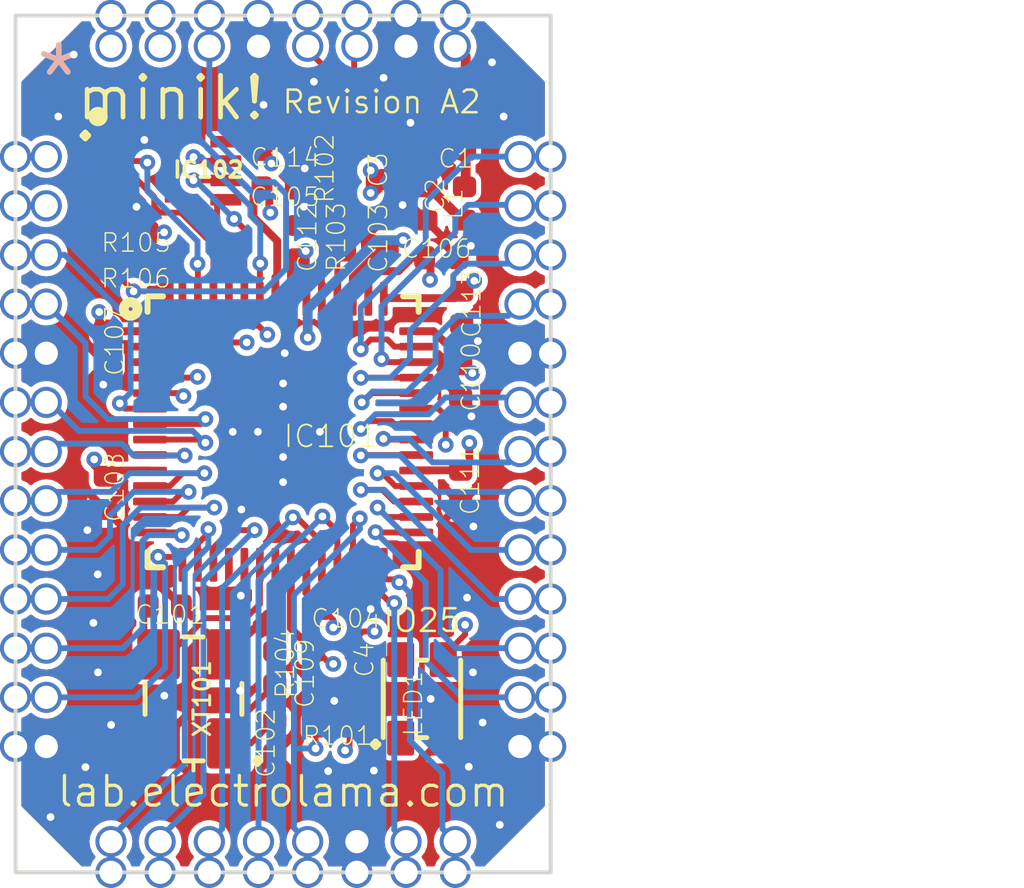
<source format=kicad_pcb>
(kicad_pcb (version 20221018) (generator pcbnew)
  (layers (0 "F.Cu" signal) (1 "In1.Cu" signal) (2 "In2.Cu" signal) (31 "B.Cu" signal) (34 "B.Paste" user) (35 "F.Paste" user) (36 "B.SilkS" user "B.Silkscreen") (37 "F.SilkS" user "F.Silkscreen") (38 "B.Mask" user) (39 "F.Mask" user) (44 "Edge.Cuts" user))
  (net 0 "")
  (net 1 "GND")
  (net 2 "3.3V")
  (net 3 "RESET")
  (net 4 "SWDIO")
  (net 5 "SWDCK")
  (net 6 "QSPI-CS")
  (net 7 "QSPI-CLK")
  (net 8 "QSPI-0")
  (net 9 "QSPI-3")
  (net 10 "X1A")
  (net 11 "X2")
  (net 12 "X1B")
  (net 13 "1.1V")
  (net 14 "QSPI-1")
  (net 15 "QSPI-2")
  (net 16 "IO0")
  (net 17 "IO1")
  (net 18 "IO2")
  (net 19 "IO3")
  (net 20 "IO4")
  (net 21 "IO5")
  (net 22 "IO6")
  (net 23 "IO7")
  (net 24 "IO8")
  (net 25 "IO9")
  (net 26 "IO10")
  (net 27 "IO11")
  (net 28 "IO12")
  (net 29 "IO13")
  (net 30 "IO14")
  (net 31 "IO16")
  (net 32 "IO17")
  (net 33 "IO18")
  (net 34 "IO19")
  (net 35 "IO20")
  (net 36 "IO21")
  (net 37 "IO22")
  (net 38 "IO23")
  (net 39 "IO24")
  (net 40 "IO26")
  (net 41 "IO27")
  (net 42 "IO28")
  (net 43 "IO29")
  (net 44 "3V3_IN")
  (net 45 "RP_D+")
  (net 46 "RP_D-")
  (net 47 "N$3")
  (net 48 "N$4")
  (net 49 "USBBOOT")
  (net 50 "IO25")
  (footprint "working:_PKG_C_0402" (layer "F.Cu") (at 152.1861 98.790475 90)
    (fp_text reference "C2")
    (fp_text value "100n")
  )
  (footprint "working:_PKG_R_0402" (layer "F.Cu") (at 144.5861 99.550475)
    (fp_text reference "R105")
    (fp_text value "10k")
  )
  (footprint "working:_PKG_C_0402" (layer "F.Cu") (at 148.8877 99.790475 -90)
    (fp_text reference "C112")
    (fp_text value "100n")
  )
  (footprint "working:_PKG_C_0402" (layer "F.Cu") (at 151.1861 99.539675 -90)
    (fp_text reference "C103")
    (fp_text value "1u")
  )
  (footprint "working:_PKG_C_0402" (layer "F.Cu") (at 148.3861 98.390475 180)
    (fp_text reference "C105")
    (fp_text value "100n")
  )
  (footprint "working:_PKG_C_0402" (layer "F.Cu") (at 148.2861 112.590475 90)
    (fp_text reference "C102")
    (fp_text value "12p")
  )
  (footprint "working:_PKG_C_0402" (layer "F.Cu") (at 143.9115 106.268275 90)
    (fp_text reference "C108")
    (fp_text value "100n")
  )
  (footprint "working:SON50P300X200X60-9N" (layer "F.Cu") (at 145.5715 97.945075)
    (fp_text reference "IC102")
    (fp_text value "MEMORY-W25Q16FWUXIE")
  )
  (footprint "working:_PKG_C_0402" (layer "F.Cu") (at 148.3861 97.390475 180)
    (fp_text reference "C114")
    (fp_text value "100n")
  )
  (footprint "working:_PKG_C_0402" (layer "F.Cu") (at 145.4461 109.190475 180)
    (fp_text reference "C101")
    (fp_text value "12p")
  )
  (footprint "working:_PKG_R_0402" (layer "F.Cu") (at 149.7861 97.790475 -90)
    (fp_text reference "R102")
    (fp_text value "27")
  )
  (footprint "working:_PKG_C_0402" (layer "F.Cu") (at 152.5861 100.190475 180)
    (fp_text reference "C106")
    (fp_text value "1u")
  )
  (footprint "working:QFN-56" (layer "F.Cu") (at 148.5011 104.690475)
    (fp_text reference "IC101")
    (fp_text value "RP2040")
  )
  (footprint "working:_PKG_C_0402" (layer "F.Cu") (at 150.3861 110.790475 90)
    (fp_text reference "C4")
    (fp_text value "100n")
  )
  (footprint "working:_PKG_C_0402" (layer "F.Cu") (at 153.0861 103.390475 90)
    (fp_text reference "C110")
    (fp_text value "100n")
  )
  (footprint "working:_PKG_C_0402" (layer "F.Cu") (at 152.7861 97.390475)
    (fp_text reference "C1")
    (fp_text value "10n")
  )
  (footprint "working:_PKG_C_0402" (layer "F.Cu") (at 149.2861 110.790475 90)
    (fp_text reference "C109")
    (fp_text value "100n")
  )
  (footprint "working:_PKG_R_0402" (layer "F.Cu") (at 149.7861 112.290475)
    (fp_text reference "R101")
    (fp_text value "10k")
  )
  (footprint "working:XTAL-4P-3225" (layer "F.Cu") (at 146.1861 111.590475 90)
    (fp_text reference "XT101")
    (fp_text value "12MHz")
  )
  (footprint "working:_PKG_C_0402" (layer "F.Cu") (at 153.0861 106.115875 90)
    (fp_text reference "C111")
    (fp_text value "100n")
  )
  (footprint "working:_PKG_C_0402" (layer "F.Cu") (at 153.1115 101.488875 90)
    (fp_text reference "C113")
    (fp_text value "100n")
  )
  (footprint "working:_PKG_C_0402" (layer "F.Cu") (at 149.9361 109.250475 180)
    (fp_text reference "C104")
    (fp_text value "100n")
  )
  (footprint "working:_PKG_C_0402" (layer "F.Cu") (at 151.1861 97.739675 -90)
    (fp_text reference "C3")
    (fp_text value "10u" hide)
  )
  (footprint "working:_PKG_C_0402" (layer "F.Cu") (at 143.9115 102.490475 90)
    (fp_text reference "C107")
    (fp_text value "100n")
  )
  (footprint "working:WS2812B-2020" (layer "F.Cu") (at 152.0861 111.590475 -90)
    (fp_text reference "LED1")
    (fp_text value "WS2812B-2020")
  )
  (footprint "working:_PKG_L_0402" (layer "F.Cu") (at 153.1861 98.790475 -90)
    (fp_text reference "L1")
    (fp_text value "")
  )
  (footprint "working:_PKG_R_0402" (layer "F.Cu") (at 150.0861 99.590475 -90)
    (fp_text reference "R103")
    (fp_text value "27")
  )
  (footprint "working:_PKG_R_0402" (layer "F.Cu") (at 144.5861 100.490475 180)
    (fp_text reference "R106")
    (fp_text value "1k")
  )
  (footprint "working:_PKG_R_0402" (layer "F.Cu") (at 148.2861 110.790475 90)
    (fp_text reference "R104")
    (fp_text value "1k")
  )
  (gr_line (start 141.59235 116.071725) (end 141.59235 93.935475) (stroke (width 0.1)) (layer "Edge.Cuts"))
  (gr_line (start 155.40985 93.935475) (end 155.40985 116.071725) (stroke (width 0.1)) (layer "Edge.Cuts"))
  (gr_line (start 155.40985 116.071725) (end 141.59235 116.071725) (stroke (width 0.1)) (layer "Edge.Cuts"))
  (gr_line (start 141.59235 93.935475) (end 155.40985 93.935475) (stroke (width 0.1)) (layer "Edge.Cuts"))
  (gr_text "*" (at 141.99235 96.534225) (layer "B.SilkS") (effects (font (size 1.63576 1.63576) (thickness 0.14224)) (justify left bottom)))
  (gr_text "." (at 150.8887 113.049075) (layer "F.SilkS") (effects (font (size 1.63576 1.63576) (thickness 0.14224)) (justify bottom mirror)))
  (gr_text "IO25" (at 152.0861 109.565475) (layer "F.SilkS") (effects (font (size 0.585 0.585) (thickness 0.065))))
  (gr_text "*" (at 141.99235 96.534225) (layer "F.SilkS") (effects (font (size 1.63576 1.63576) (thickness 0.14224)) (justify left bottom)))
  (gr_text "Revision A2" (at 151.0452 96.166075) (layer "F.SilkS") (effects (font (size 0.585 0.585) (thickness 0.065))))
  (gr_text "minik!" (at 145.60105 96.066075) (layer "F.SilkS") (effects (font (size 1.08 1.08) (thickness 0.12))))
  (gr_text "lab.electrolama.com" (at 148.5011 113.984225) (layer "F.SilkS") (effects (font (size 0.765 0.765) (thickness 0.085))))
  (gr_text "." (at 143.3937 97.320475) (layer "F.SilkS") (effects (font (size 1.63576 1.63576) (thickness 0.14224)) (justify bottom mirror)))
  (gr_text "." (at 147.8407 113.480875) (layer "F.SilkS") (effects (font (size 1.63576 1.63576) (thickness 0.14224)) (justify bottom mirror)))
  (segment (start 149.0345 98.672675) (end 148.8161 98.454275) (width 0.254) (layer "F.Cu") (net 1))
  (segment (start 144.9197 97.148675) (end 145.2443 97.148675) (width 0.1524) (layer "F.Cu") (net 1))
  (segment (start 149.0599 97.885275) (end 148.8313 97.885275) (width 0.3048) (layer "F.Cu") (net 1))
  (segment (start 153.1115 101.918875) (end 153.1115 101.936875) (width 0.254) (layer "F.Cu") (net 1))
  (segment (start 144.5357 98.695075) (end 144.7165 98.875875) (width 0.1524) (layer "F.Cu") (net 1))
  (segment (start 145.5861 97.490475) (end 145.5861 97.930475) (width 0.1524) (layer "F.Cu") (net 1))
  (segment (start 149.0345 98.875875) (end 149.0345 98.672675) (width 0.254) (layer "F.Cu") (net 1))
  (segment (start 149.2861 111.220475) (end 149.8219 111.220475) (width 0.3048) (layer "F.Cu") (net 1))
  (segment (start 147.5011 108.126975) (end 147.5011 108.832275) (width 0.2032) (layer "F.Cu") (net 1))
  (segment (start 148.8161 97.870075) (end 148.8161 97.390475) (width 0.254) (layer "F.Cu") (net 1))
  (segment (start 149.0345 99.213675) (end 148.8877 99.360475) (width 0.254) (layer "F.Cu") (net 1))
  (segment (start 144.1215 98.695075) (end 144.5357 98.695075) (width 0.1524) (layer "F.Cu") (net 1))
  (segment (start 151.4657 98.830075) (end 151.5861 98.830075) (width 0.2032) (layer "F.Cu") (net 1))
  (segment (start 149.8219 111.642275) (end 149.8219 111.220475) (width 0.3048) (layer "F.Cu") (net 1))
  (segment (start 150.7617 109.269475) (end 150.3851 109.269475) (width 0.2032) (layer "F.Cu") (net 1))
  (segment (start 145.2443 97.148675) (end 145.5861 97.490475) (width 0.1524) (layer "F.Cu") (net 1))
  (segment (start 145.5715 97.945075) (end 145.5861 97.930475) (width 0.1524) (layer "F.Cu") (net 1))
  (segment (start 149.0345 98.875875) (end 149.0345 99.213675) (width 0.254) (layer "F.Cu") (net 1))
  (segment (start 153.0451 100.190475) (end 153.0161 100.190475) (width 0.254) (layer "F.Cu") (net 1))
  (segment (start 148.8161 95.730025) (end 148.8161 97.390475) (width 0.2) (layer "F.Cu") (net 1))
  (segment (start 147.5011 108.832275) (end 147.4089 108.924475) (width 0.2032) (layer "F.Cu") (net 1))
  (segment (start 148.8313 97.885275) (end 148.8161 97.870075) (width 0.254) (layer "F.Cu") (net 1))
  (segment (start 148.8161 98.454275) (end 148.8161 98.390475) (width 0.254) (layer "F.Cu") (net 1))
  (segment (start 149.8219 111.220475) (end 150.3861 111.220475) (width 0.3048) (layer "F.Cu") (net 1))
  (segment (start 150.3851 109.269475) (end 150.3661 109.250475) (width 0.2032) (layer "F.Cu") (net 1))
  (segment (start 153.3497 99.885875) (end 153.0451 100.190475) (width 0.254) (layer "F.Cu") (net 1))
  (segment (start 151.1861 99.109675) (end 151.4657 98.830075) (width 0.2032) (layer "F.Cu") (net 1))
  (via (at 153.5303 102.345875) (size 0.4032) (drill 0.2) (layers "F.Cu" "B.Cu") (net 1))
  (via (at 155.40985 102.660475) (size 0.8032) (drill 0.6) (layers "F.Cu" "B.Cu") (net 1))
  (via (at 153.89585 95.143925) (size 0.4032) (drill 0.2) (layers "F.Cu" "B.Cu") (net 1))
  (via (at 144.7165 98.875875) (size 0.4032) (drill 0.2) (layers "F.Cu" "B.Cu") (net 1))
  (via (at 154.6161 112.820475) (size 0.8032) (drill 0.6) (layers "F.Cu" "B.Cu") (net 1))
  (via (at 147.99585 96.243925) (size 0.4032) (drill 0.2) (layers "F.Cu" "B.Cu") (net 1))
  (via (at 143.7145 108.373475) (size 0.4032) (drill 0.2) (layers "F.Cu" "B.Cu") (net 1))
  (via (at 143.09585 94.943925) (size 0.4032) (drill 0.2) (layers "F.Cu" "B.Cu") (net 1))
  (via (at 151.09585 95.543925) (size 0.4032) (drill 0.2) (layers "F.Cu" "B.Cu") (net 1))
  (via (at 148.5425 102.658475) (size 0.4032) (drill 0.2) (layers "F.Cu" "B.Cu") (net 1))
  (via (at 147.8661 94.729225) (size 0.8032) (drill 0.6) (layers "F.Cu" "B.Cu") (net 1))
  (via (at 148.5011 104.040475) (size 0.4032) (drill 0.2) (layers "F.Cu" "B.Cu") (net 1))
  (via (at 143.3973 113.354275) (size 0.4032) (drill 0.2) (layers "F.Cu" "B.Cu") (net 1))
  (via (at 143.4485 107.230475) (size 0.4032) (drill 0.2) (layers "F.Cu" "B.Cu") (net 1))
  (via (at 143.8569 103.471275) (size 0.4032) (drill 0.2) (layers "F.Cu" "B.Cu") (net 1))
  (via (at 153.6533 112.201075) (size 0.4032) (drill 0.2) (layers "F.Cu" "B.Cu") (net 1))
  (via (at 148.5011 105.990475) (size 0.4032) (drill 0.2) (layers "F.Cu" "B.Cu") (net 1))
  (via (at 142.49585 114.643925) (size 0.4032) (drill 0.2) (layers "F.Cu" "B.Cu") (net 1))
  (via (at 152.3111 111.591475) (size 0.4032) (drill 0.2) (layers "F.Cu" "B.Cu") (net 1))
  (via (at 153.3497 99.885875) (size 0.4032) (drill 0.2) (layers "F.Cu" "B.Cu") (net 1))
  (via (at 151.7893 96.705675) (size 0.4032) (drill 0.2) (layers "F.Cu" "B.Cu") (net 1))
  (via (at 144.9197 97.148675) (size 0.4032) (drill 0.2) (layers "F.Cu" "B.Cu") (net 1))
  (via (at 147.4089 108.924475) (size 0.4032) (drill 0.2) (layers "F.Cu" "B.Cu") (net 1))
  (via (at 149.4511 104.690475) (size 0.4032) (drill 0.2) (layers "F.Cu" "B.Cu") (net 1))
  (via (at 149.8219 111.642275) (size 0.4032) (drill 0.2) (layers "F.Cu" "B.Cu") (net 1))
  (via (at 153.4033 110.905675) (size 0.4032) (drill 0.2) (layers "F.Cu" "B.Cu") (net 1))
  (via (at 150.84585 113.443925) (size 0.4032) (drill 0.2) (layers "F.Cu" "B.Cu") (net 1))
  (via (at 153.29585 113.343925) (size 0.4032) (drill 0.2) (layers "F.Cu" "B.Cu") (net 1))
  (via (at 153.3641 104.291075) (size 0.4032) (drill 0.2) (layers "F.Cu" "B.Cu") (net 1))
  (via (at 148.5011 103.440475) (size 0.4032) (drill 0.2) (layers "F.Cu" "B.Cu") (net 1))
  (via (at 145.43405 111.508925) (size 0.4032) (drill 0.2) (layers "F.Cu" "B.Cu") (net 1))
  (via (at 155.40985 112.820475) (size 0.8032) (drill 0.6) (layers "F.Cu" "B.Cu") (net 1))
  (via (at 147.8511 104.690475) (size 0.4032) (drill 0.2) (layers "F.Cu" "B.Cu") (net 1))
  (via (at 151.6761 94.729225) (size 0.8032) (drill 0.6) (layers "F.Cu" "B.Cu") (net 1))
  (via (at 149.6643 113.455675) (size 0.4032) (drill 0.2) (layers "F.Cu" "B.Cu") (net 1))
  (via (at 143.72125 110.905525) (size 0.4032) (drill 0.2) (layers "F.Cu" "B.Cu") (net 1))
  (via (at 147.8661 93.935475) (size 0.8032) (drill 0.6) (layers "F.Cu" "B.Cu") (net 1))
  (via (at 150.4061 115.277975) (size 0.8032) (drill 0.6) (layers "F.Cu" "B.Cu") (net 1))
  (via (at 142.3861 112.820475) (size 0.8032) (drill 0.6) (layers "F.Cu" "B.Cu") (net 1))
  (via (at 151.5861 98.830075) (size 0.4032) (drill 0.2) (layers "F.Cu" "B.Cu") (net 1))
  (via (at 153.4149 107.135875) (size 0.4032) (drill 0.2) (layers "F.Cu" "B.Cu") (net 1))
  (via (at 149.0345 98.875875) (size 0.4032) (drill 0.2) (layers "F.Cu" "B.Cu") (net 1))
  (via (at 143.6026 109.627225) (size 0.4032) (drill 0.2) (layers "F.Cu" "B.Cu") (net 1))
  (via (at 153.2509 108.975275) (size 0.4032) (drill 0.2) (layers "F.Cu" "B.Cu") (net 1))
  (via (at 150.4061 116.071725) (size 0.8032) (drill 0.6) (layers "F.Cu" "B.Cu") (net 1))
  (via (at 144.05985 112.262125) (size 0.4032) (drill 0.2) (layers "F.Cu" "B.Cu") (net 1))
  (via (at 148.5011 105.340475) (size 0.4032) (drill 0.2) (layers "F.Cu" "B.Cu") (net 1))
  (via (at 142.3861 102.660475) (size 0.8032) (drill 0.6) (layers "F.Cu" "B.Cu") (net 1))
  (via (at 154.09585 114.843925) (size 0.4032) (drill 0.2) (layers "F.Cu" "B.Cu") (net 1))
  (via (at 147.4249 106.697075) (size 0.4032) (drill 0.2) (layers "F.Cu" "B.Cu") (net 1))
  (via (at 150.7617 109.269475) (size 0.4032) (drill 0.2) (layers "F.Cu" "B.Cu") (net 1))
  (via (at 147.2011 104.690475) (size 0.4032) (drill 0.2) (layers "F.Cu" "B.Cu") (net 1))
  (via (at 147.38985 111.381925) (size 0.4032) (drill 0.2) (layers "F.Cu" "B.Cu") (net 1))
  (via (at 141.59235 102.660475) (size 0.8032) (drill 0.6) (layers "F.Cu" "B.Cu") (net 1))
  (via (at 142.69585 96.543925) (size 0.4032) (drill 0.2) (layers "F.Cu" "B.Cu") (net 1))
  (via (at 149.29585 95.643925) (size 0.4032) (drill 0.2) (layers "F.Cu" "B.Cu") (net 1))
  (via (at 149.0599 97.885275) (size 0.4032) (drill 0.2) (layers "F.Cu" "B.Cu") (net 1))
  (via (at 141.59235 112.820475) (size 0.8032) (drill 0.6) (layers "F.Cu" "B.Cu") (net 1))
  (via (at 154.19585 96.543925) (size 0.4032) (drill 0.2) (layers "F.Cu" "B.Cu") (net 1))
  (via (at 154.6161 102.660475) (size 0.8032) (drill 0.6) (layers "F.Cu" "B.Cu") (net 1))
  (via (at 151.6761 93.935475) (size 0.8032) (drill 0.6) (layers "F.Cu" "B.Cu") (net 1))
  (segment (start 151.1861 98.169675) (end 150.8355 98.520275) (width 0.254) (layer "F.Cu") (net 2))
  (segment (start 153.1669 101.058875) (end 153.1115 101.058875) (width 0.2032) (layer "F.Cu") (net 2))
  (segment (start 148.1963 97.758275) (end 147.9561 97.518075) (width 0.2032) (layer "F.Cu") (net 2))
  (segment (start 153.1115 101.058875) (end 152.9337 101.236675) (width 0.2032) (layer "F.Cu") (net 2))
  (segment (start 149.2861 110.360475) (end 149.2861 110.350475) (width 0.1524) (layer "F.Cu") (net 2))
  (segment (start 150.3861 110.025875) (end 150.3861 110.360475) (width 0.1524) (layer "F.Cu") (net 2))
  (segment (start 144.0593 105.690475) (end 143.9115 105.838275) (width 0.2032) (layer "F.Cu") (net 2))
  (segment (start 150.3861 110.360475) (end 150.5861 110.560475) (width 0.1524) (layer "F.Cu") (net 2))
  (segment (start 143.9115 105.838275) (end 143.6243 105.551075) (width 0.2032) (layer "F.Cu") (net 2))
  (segment (start 152.3085 100.342875) (end 152.1561 100.190475) (width 0.2032) (layer "F.Cu") (net 2))
  (segment (start 150.8355 98.520275) (end 150.7617 98.520275) (width 0.254) (layer "F.Cu") (net 2))
  (segment (start 145.0646 105.690475) (end 144.0593 105.690475) (width 0.2032) (layer "F.Cu") (net 2))
  (segment (start 150.7011 100.775475) (end 150.9369 100.539675) (width 0.2032) (layer "F.Cu") (net 2))
  (segment (start 143.9415 102.090475) (end 143.9115 102.060475) (width 0.2032) (layer "F.Cu") (net 2))
  (segment (start 150.8633 109.848675) (end 150.5633 109.848675) (width 0.1524) (layer "F.Cu") (net 2))
  (segment (start 143.9115 102.060475) (end 143.7513 101.900275) (width 0.2032) (layer "F.Cu") (net 2))
  (segment (start 145.4135 99.550475) (end 145.4277 99.536275) (width 0.1524) (layer "F.Cu") (net 2))
  (segment (start 148.8877 100.216475) (end 149.0853 100.018875) (width 0.254) (layer "F.Cu") (net 2))
  (segment (start 143.7513 101.900275) (end 143.7513 101.593675) (width 0.2032) (layer "F.Cu") (net 2))
  (segment (start 149.7125 110.686875) (end 149.3861 110.360475) (width 0.1524) (layer "F.Cu") (net 2))
  (segment (start 145.0646 102.090475) (end 143.9415 102.090475) (width 0.2032) (layer "F.Cu") (net 2))
  (segment (start 150.9953 98.169675) (end 151.1377 98.169675) (width 0.254) (layer "F.Cu") (net 2))
  (segment (start 150.7617 97.936075) (end 150.7617 98.520275) (width 0.254) (layer "F.Cu") (net 2))
  (segment (start 147.9561 97.518075) (end 147.9561 97.390475) (width 0.2032) (layer "F.Cu") (net 2))
  (segment (start 149.0345 100.679275) (end 148.7043 100.679275) (width 0.2032) (layer "F.Cu") (net 2))
  (segment (start 150.7617 97.936075) (end 150.9953 98.169675) (width 0.254) (layer "F.Cu") (net 2))
  (segment (start 149.0345 100.679275) (end 149.1011 100.745875) (width 0.2032) (layer "F.Cu") (net 2))
  (segment (start 149.1011 100.745875) (end 149.1011 101.253975) (width 0.2032) (layer "F.Cu") (net 2))
  (segment (start 152.2623 98.360475) (end 152.1861 98.360475) (width 0.254) (layer "F.Cu") (net 2))
  (segment (start 153.4369 100.788875) (end 153.1669 101.058875) (width 0.2032) (layer "F.Cu") (net 2))
  (segment (start 149.2861 110.350475) (end 148.7011 109.765475) (width 0.2032) (layer "F.Cu") (net 2))
  (segment (start 145.0161 99.550475) (end 145.4135 99.550475) (width 0.1524) (layer "F.Cu") (net 2))
  (segment (start 151.1011 101.253975) (end 151.1184 101.236675) (width 0.2032) (layer "F.Cu") (net 2))
  (segment (start 149.3861 110.360475) (end 149.2861 110.360475) (width 0.1524) (layer "F.Cu") (net 2))
  (segment (start 151.5211 110.560475) (end 150.5861 110.560475) (width 0.1524) (layer "F.Cu") (net 2))
  (segment (start 148.7011 108.126975) (end 148.7011 109.765475) (width 0.2032) (layer "F.Cu") (net 2))
  (segment (start 143.6243 105.551075) (end 143.6243 105.403675) (width 0.2032) (layer "F.Cu") (net 2))
  (segment (start 150.2161 112.290475) (end 150.2161 112.807275) (width 0.1524) (layer "F.Cu") (net 2))
  (segment (start 151.1861 98.169675) (end 151.9953 98.169675) (width 0.254) (layer "F.Cu") (net 2))
  (segment (start 151.9376 105.690475) (end 151.9422 105.685875) (width 0.2032) (layer "F.Cu") (net 2))
  (segment (start 150.9369 100.539675) (end 151.4813 100.539675) (width 0.2032) (layer "F.Cu") (net 2))
  (segment (start 153.1861 99.220475) (end 153.1223 99.220475) (width 0.254) (layer "F.Cu") (net 2))
  (segment (start 148.7011 101.253975) (end 148.7043 101.250775) (width 0.1524) (layer "F.Cu") (net 2))
  (segment (start 149.7965 110.686875) (end 149.7125 110.686875) (width 0.1524) (layer "F.Cu") (net 2))
  (segment (start 151.9376 102.090475) (end 152.3861 102.090475) (width 0.2032) (layer "F.Cu") (net 2))
  (segment (start 151.5211 110.560475) (end 151.5361 110.575475) (width 0.1524) (layer "F.Cu") (net 2))
  (segment (start 148.7043 100.403875) (end 148.8877 100.220475) (width 0.1524) (layer "F.Cu") (net 2))
  (segment (start 152.1561 100.190475) (end 151.8305 100.190475) (width 0.2032) (layer "F.Cu") (net 2))
  (segment (start 148.7043 100.679275) (end 148.7043 101.250775) (width 0.2032) (layer "F.Cu") (net 2))
  (segment (start 153.0861 102.790475) (end 153.0861 102.960475) (width 0.2032) (layer "F.Cu") (net 2))
  (segment (start 153.3099 105.462075) (end 153.0861 105.685875) (width 0.2032) (layer "F.Cu") (net 2))
  (segment (start 148.7043 100.679275) (end 148.7043 100.403875) (width 0.2032) (layer "F.Cu") (net 2))
  (segment (start 147.0215 97.195075) (end 147.7607 97.195075) (width 0.2032) (layer "F.Cu") (net 2))
  (segment (start 150.7011 101.253975) (end 150.7011 100.775475) (width 0.2032) (layer "F.Cu") (net 2))
  (segment (start 152.1861 98.360475) (end 151.9953 98.169675) (width 0.254) (layer "F.Cu") (net 2))
  (segment (start 150.5633 109.848675) (end 150.3861 110.025875) (width 0.1524) (layer "F.Cu") (net 2))
  (segment (start 153.3099 104.976475) (end 153.3099 105.462075) (width 0.2032) (layer "F.Cu") (net 2))
  (segment (start 151.9422 105.685875) (end 153.0861 105.685875) (width 0.2032) (layer "F.Cu") (net 2))
  (segment (start 148.8877 100.220475) (end 148.8877 100.216475) (width 0.254) (layer "F.Cu") (net 2))
  (segment (start 152.2939 100.763475) (end 152.3085 100.748875) (width 0.2032) (layer "F.Cu") (net 2))
  (segment (start 151.1377 98.169675) (end 151.1861 98.169675) (width 0.1524) (layer "F.Cu") (net 2))
  (segment (start 152.9337 101.236675) (end 151.1184 101.236675) (width 0.2032) (layer "F.Cu") (net 2))
  (segment (start 153.0861 102.960475) (end 153.1735 102.960475) (width 0.2032) (layer "F.Cu") (net 2))
  (segment (start 147.7607 97.195075) (end 147.9561 97.390475) (width 0.2032) (layer "F.Cu") (net 2))
  (segment (start 151.8305 100.190475) (end 151.4813 100.539675) (width 0.2032) (layer "F.Cu") (net 2))
  (segment (start 150.2161 112.807275) (end 150.1013 112.922075) (width 0.1524) (layer "F.Cu") (net 2))
  (segment (start 153.1223 99.220475) (end 152.2623 98.360475) (width 0.254) (layer "F.Cu") (net 2))
  (segment (start 152.3861 102.090475) (end 153.0861 102.790475) (width 0.2032) (layer "F.Cu") (net 2))
  (segment (start 152.3085 100.342875) (end 152.3085 100.748875) (width 0.2032) (layer "F.Cu") (net 2))
  (segment (start 153.1735 102.960475) (end 153.3861 103.173075) (width 0.254) (layer "F.Cu") (net 2))
  (via (at 150.1013 112.922075) (size 0.4032) (drill 0.2) (layers "F.Cu" "B.Cu") (net 2))
  (via (at 150.8633 109.848675) (size 0.4032) (drill 0.2) (layers "F.Cu" "B.Cu") (net 2))
  (via (at 148.1963 97.758275) (size 0.4032) (drill 0.2) (layers "F.Cu" "B.Cu") (net 2))
  (via (at 149.7965 110.686875) (size 0.4032) (drill 0.2) (layers "F.Cu" "B.Cu") (net 2))
  (via (at 153.4369 100.788875) (size 0.4032) (drill 0.2) (layers "F.Cu" "B.Cu") (net 2))
  (via (at 153.3861 103.173075) (size 0.4032) (drill 0.2) (layers "F.Cu" "B.Cu") (net 2))
  (via (at 153.3099 104.976475) (size 0.4032) (drill 0.2) (layers "F.Cu" "B.Cu") (net 2))
  (via (at 143.7513 101.593675) (size 0.4032) (drill 0.2) (layers "F.Cu" "B.Cu") (net 2))
  (via (at 149.0853 100.018875) (size 0.4032) (drill 0.2) (layers "F.Cu" "B.Cu") (net 2))
  (via (at 143.6243 105.403675) (size 0.4032) (drill 0.2) (layers "F.Cu" "B.Cu") (net 2))
  (via (at 152.2939 100.763475) (size 0.4032) (drill 0.2) (layers "F.Cu" "B.Cu") (net 2))
  (via (at 145.4277 99.536275) (size 0.4032) (drill 0.2) (layers "F.Cu" "B.Cu") (net 2))
  (via (at 150.7617 97.936075) (size 0.4032) (drill 0.2) (layers "F.Cu" "B.Cu") (net 2))
  (via (at 150.7617 98.520275) (size 0.4032) (drill 0.2) (layers "F.Cu" "B.Cu") (net 2))
  (segment (start 150.4823 106.927675) (end 150.3045 107.105475) (width 0.1524) (layer "F.Cu") (net 3))
  (segment (start 150.3011 108.126975) (end 150.3045 108.123575) (width 0.1524) (layer "F.Cu") (net 3))
  (segment (start 149.3561 112.290475) (end 149.3393 112.307275) (width 0.1524) (layer "F.Cu") (net 3))
  (segment (start 150.3045 107.105475) (end 150.3045 108.123575) (width 0.1524) (layer "F.Cu") (net 3))
  (segment (start 149.3393 112.307275) (end 149.3393 112.871275) (width 0.1524) (layer "F.Cu") (net 3))
  (via (at 150.4823 106.927675) (size 0.4032) (drill 0.2) (layers "F.Cu" "B.Cu") (net 3))
  (via (at 149.3393 112.871275) (size 0.4032) (drill 0.2) (layers "F.Cu" "B.Cu") (net 3))
  (via (at 149.1361 116.071725) (size 0.8032) (drill 0.6) (layers "F.Cu" "B.Cu") (net 3))
  (via (at 149.1361 115.277975) (size 0.8032) (drill 0.6) (layers "F.Cu" "B.Cu") (net 3))
  (segment (start 150.4823 107.207075) (end 150.4823 106.927675) (width 0.1524) (layer "B.Cu") (net 3))
  (segment (start 148.7805 112.871275) (end 148.7805 114.922375) (width 0.1524) (layer "B.Cu") (net 3))
  (segment (start 149.1361 115.277975) (end 148.7805 114.922375) (width 0.1524) (layer "B.Cu") (net 3))
  (segment (start 149.3393 112.871275) (end 148.7805 112.871275) (width 0.1524) (layer "B.Cu") (net 3))
  (segment (start 148.7805 108.908875) (end 150.4823 107.207075) (width 0.1524) (layer "B.Cu") (net 3))
  (segment (start 148.7805 108.908875) (end 148.7805 112.871275) (width 0.1524) (layer "B.Cu") (net 3))
  (segment (start 149.5171 106.876875) (end 149.9011 107.260875) (width 0.1524) (layer "F.Cu") (net 4))
  (segment (start 149.9011 107.260875) (end 149.9011 108.126975) (width 0.1524) (layer "F.Cu") (net 4))
  (via (at 149.5171 106.876875) (size 0.4032) (drill 0.2) (layers "F.Cu" "B.Cu") (net 4))
  (via (at 147.8661 115.277975) (size 0.8032) (drill 0.6) (layers "F.Cu" "B.Cu") (net 4))
  (via (at 147.8661 116.071725) (size 0.8032) (drill 0.6) (layers "F.Cu" "B.Cu") (net 4))
  (segment (start 147.8661 115.277975) (end 147.8661 108.527875) (width 0.1524) (layer "B.Cu") (net 4))
  (segment (start 147.8661 108.527875) (end 149.5171 106.876875) (width 0.1524) (layer "B.Cu") (net 4))
  (segment (start 149.5011 107.546675) (end 149.5011 108.126975) (width 0.1524) (layer "F.Cu") (net 5))
  (segment (start 149.5011 107.546675) (end 148.8567 106.902275) (width 0.1524) (layer "F.Cu") (net 5))
  (segment (start 148.7551 106.902275) (end 148.8567 106.902275) (width 0.1524) (layer "F.Cu") (net 5))
  (via (at 148.7551 106.902275) (size 0.4032) (drill 0.2) (layers "F.Cu" "B.Cu") (net 5))
  (via (at 146.5961 115.277975) (size 0.8032) (drill 0.6) (layers "F.Cu" "B.Cu") (net 5))
  (via (at 146.5961 116.071725) (size 0.8032) (drill 0.6) (layers "F.Cu" "B.Cu") (net 5))
  (segment (start 146.9263 108.731075) (end 148.7551 106.902275) (width 0.1524) (layer "B.Cu") (net 5))
  (segment (start 146.9263 108.731075) (end 146.9263 114.947775) (width 0.1524) (layer "B.Cu") (net 5))
  (segment (start 146.5961 115.277975) (end 146.9263 114.947775) (width 0.1524) (layer "B.Cu") (net 5))
  (segment (start 145.0161 100.490475) (end 145.6261 100.490475) (width 0.1524) (layer "F.Cu") (net 6))
  (segment (start 143.4607 97.399675) (end 143.4607 99.104869) (width 0.1524) (layer "F.Cu") (net 6))
  (segment (start 144.1215 97.195075) (end 143.6653 97.195075) (width 0.1524) (layer "F.Cu") (net 6))
  (segment (start 145.9011 100.765475) (end 145.9011 101.253975) (width 0.1524) (layer "F.Cu") (net 6))
  (segment (start 143.6653 97.195075) (end 143.4607 97.399675) (width 0.1524) (layer "F.Cu") (net 6))
  (segment (start 143.4607 99.104869) (end 143.906306 99.550475) (width 0.1524) (layer "F.Cu") (net 6))
  (segment (start 145.0161 100.410475) (end 145.0161 100.490475) (width 0.1524) (layer "F.Cu") (net 6))
  (segment (start 145.6261 100.490475) (end 145.9011 100.765475) (width 0.1524) (layer "F.Cu") (net 6))
  (segment (start 143.906306 99.550475) (end 144.1561 99.550475) (width 0.1524) (layer "F.Cu") (net 6))
  (segment (start 144.1561 99.550475) (end 145.0161 100.410475) (width 0.1524) (layer "F.Cu") (net 6))
  (segment (start 147.5011 99.454675) (end 147.2353 99.188875) (width 0.1524) (layer "F.Cu") (net 7))
  (segment (start 147.0215 98.195075) (end 146.1907 98.195075) (width 0.1524) (layer "F.Cu") (net 7))
  (segment (start 146.1907 98.195075) (end 146.1861 98.190475) (width 0.1524) (layer "F.Cu") (net 7))
  (segment (start 147.5011 101.253975) (end 147.5011 99.454675) (width 0.1524) (layer "F.Cu") (net 7))
  (via (at 147.2353 99.188875) (size 0.4032) (drill 0.2) (layers "F.Cu" "B.Cu") (net 7))
  (via (at 146.1861 98.190475) (size 0.4032) (drill 0.2) (layers "F.Cu" "B.Cu") (net 7))
  (segment (start 146.1861 98.190475) (end 146.2369 98.190475) (width 0.1524) (layer "B.Cu") (net 7))
  (segment (start 147.2353 99.188875) (end 146.2369 98.190475) (width 0.1524) (layer "B.Cu") (net 7))
  (segment (start 147.1011 101.253975) (end 147.0961 101.248975) (width 0.1524) (layer "F.Cu") (net 8))
  (segment (start 147.0961 99.720475) (end 147.0961 101.248975) (width 0.1524) (layer "F.Cu") (net 8))
  (segment (start 147.0961 99.720475) (end 146.7961 99.420475) (width 0.1524) (layer "F.Cu") (net 8))
  (segment (start 146.7961 98.695075) (end 146.7961 99.420475) (width 0.1524) (layer "F.Cu") (net 8))
  (segment (start 146.7961 98.695075) (end 147.0215 98.695075) (width 0.1524) (layer "F.Cu") (net 8))
  (segment (start 147.9011 100.351675) (end 147.9115 100.341275) (width 0.1524) (layer "F.Cu") (net 9))
  (segment (start 147.9011 101.253975) (end 147.9011 100.351675) (width 0.1524) (layer "F.Cu") (net 9))
  (segment (start 146.2861 97.690475) (end 146.1861 97.590475) (width 0.1524) (layer "F.Cu") (net 9))
  (segment (start 147.0169 97.690475) (end 146.2861 97.690475) (width 0.1524) (layer "F.Cu") (net 9))
  (segment (start 147.0215 97.695075) (end 147.0169 97.690475) (width 0.1524) (layer "F.Cu") (net 9))
  (via (at 146.1861 97.590475) (size 0.4032) (drill 0.2) (layers "F.Cu" "B.Cu") (net 9))
  (via (at 147.9115 100.341275) (size 0.4032) (drill 0.2) (layers "F.Cu" "B.Cu") (net 9))
  (segment (start 147.6575 98.861875) (end 147.6575 99.096675) (width 0.1524) (layer "B.Cu") (net 9))
  (segment (start 147.9115 99.350675) (end 147.6575 99.096675) (width 0.1524) (layer "B.Cu") (net 9))
  (segment (start 147.6575 98.861875) (end 146.3861 97.590475) (width 0.1524) (layer "B.Cu") (net 9))
  (segment (start 146.3861 97.590475) (end 146.1861 97.590475) (width 0.1524) (layer "B.Cu") (net 9))
  (segment (start 147.9115 100.341275) (end 147.9115 99.350675) (width 0.1524) (layer "B.Cu") (net 9))
  (segment (start 148.2861 110.360475) (end 148.3011 110.420475) (width 0.1524) (layer "F.Cu") (net 10))
  (segment (start 148.3011 108.126975) (end 148.3011 110.420475) (width 0.1524) (layer "F.Cu") (net 10))
  (segment (start 144.9145 109.292075) (end 144.9145 110.068875) (width 0.1524) (layer "F.Cu") (net 11))
  (segment (start 145.5611 110.440475) (end 145.2861 110.440475) (width 0.1524) (layer "F.Cu") (net 11))
  (segment (start 144.9145 109.292075) (end 145.0161 109.190475) (width 0.1524) (layer "F.Cu") (net 11))
  (segment (start 147.9011 108.126975) (end 147.9011 109.140275) (width 0.1524) (layer "F.Cu") (net 11))
  (segment (start 145.2861 110.440475) (end 144.9145 110.068875) (width 0.1524) (layer "F.Cu") (net 11))
  (segment (start 146.4971 109.504475) (end 145.5611 110.440475) (width 0.1524) (layer "F.Cu") (net 11))
  (segment (start 147.5369 109.504475) (end 146.4971 109.504475) (width 0.1524) (layer "F.Cu") (net 11))
  (segment (start 147.9011 109.140275) (end 147.5369 109.504475) (width 0.1524) (layer "F.Cu") (net 11))
  (segment (start 147.0861 112.420475) (end 147.0861 112.740475) (width 0.1524) (layer "F.Cu") (net 12))
  (segment (start 148.2503 112.160475) (end 147.6703 112.740475) (width 0.1524) (layer "F.Cu") (net 12))
  (segment (start 148.2861 112.160475) (end 148.2503 112.160475) (width 0.1524) (layer "F.Cu") (net 12))
  (segment (start 148.2861 111.220475) (end 147.0861 112.420475) (width 0.1524) (layer "F.Cu") (net 12))
  (segment (start 147.6703 112.740475) (end 147.0861 112.740475) (width 0.1524) (layer "F.Cu") (net 12))
  (segment (start 147.7353 98.611275) (end 147.9561 98.390475) (width 0.2032) (layer "F.Cu") (net 13))
  (segment (start 151.4163 99.739475) (end 151.5999 99.739475) (width 0.2032) (layer "F.Cu") (net 13))
  (segment (start 148.1455 98.571075) (end 148.1455 99.002875) (width 0.2032) (layer "F.Cu") (net 13))
  (segment (start 150.3011 101.253975) (end 150.3011 100.699275) (width 0.2032) (layer "F.Cu") (net 13))
  (segment (start 149.5061 109.250475) (end 149.1011 108.845475) (width 0.2032) (layer "F.Cu") (net 13))
  (segment (start 148.3487 99.756275) (end 147.7353 99.142875) (width 0.2032) (layer "F.Cu") (net 13))
  (segment (start 147.9561 98.390475) (end 147.9649 98.390475) (width 0.1524) (layer "F.Cu") (net 13))
  (segment (start 148.1709 99.028275) (end 148.1455 99.002875) (width 0.2032) (layer "F.Cu") (net 13))
  (segment (start 149.7965 109.547075) (end 149.5061 109.256675) (width 0.1524) (layer "F.Cu") (net 13))
  (segment (start 150.892128 100.108247) (end 150.3011 100.699275) (width 0.2032) (layer "F.Cu") (net 13))
  (segment (start 148.3011 101.253975) (end 148.3011 100.701475) (width 0.2032) (layer "F.Cu") (net 13))
  (segment (start 148.1455 98.571075) (end 147.9649 98.390475) (width 0.2032) (layer "F.Cu") (net 13))
  (segment (start 147.7353 99.142875) (end 147.7353 98.611275) (width 0.2032) (layer "F.Cu") (net 13))
  (segment (start 149.7965 109.747075) (end 149.7965 109.547075) (width 0.1524) (layer "F.Cu") (net 13))
  (segment (start 151.1861 99.969675) (end 151.047528 100.108247) (width 0.2032) (layer "F.Cu") (net 13))
  (segment (start 148.3011 100.701475) (end 148.3487 100.653875) (width 0.1524) (layer "F.Cu") (net 13))
  (segment (start 149.5061 109.256675) (end 149.5061 109.250475) (width 0.1524) (layer "F.Cu") (net 13))
  (segment (start 149.1011 108.845475) (end 149.1011 108.126975) (width 0.2032) (layer "F.Cu") (net 13))
  (segment (start 151.047528 100.108247) (end 150.892128 100.108247) (width 0.2032) (layer "F.Cu") (net 13))
  (segment (start 151.1861 99.969675) (end 151.4163 99.739475) (width 0.2032) (layer "F.Cu") (net 13))
  (segment (start 148.3487 100.653875) (end 148.3487 99.756275) (width 0.2032) (layer "F.Cu") (net 13))
  (via (at 151.5999 99.739475) (size 0.4032) (drill 0.2) (layers "F.Cu" "B.Cu") (net 13))
  (via (at 149.1361 102.254075) (size 0.4032) (drill 0.2) (layers "F.Cu" "B.Cu") (net 13))
  (via (at 149.7965 109.747075) (size 0.4032) (drill 0.2) (layers "F.Cu" "B.Cu") (net 13))
  (via (at 148.1709 99.028275) (size 0.4032) (drill 0.2) (layers "F.Cu" "B.Cu") (net 13))
  (segment (start 150.9141 99.739475) (end 149.1361 101.517475) (width 0.254) (layer "B.Cu") (net 13))
  (segment (start 149.1361 101.517475) (end 149.1361 102.254075) (width 0.254) (layer "B.Cu") (net 13))
  (segment (start 151.5999 99.739475) (end 150.9141 99.739475) (width 0.254) (layer "B.Cu") (net 13))
  (segment (start 146.3011 100.358875) (end 146.2913 100.349075) (width 0.1524) (layer "F.Cu") (net 14))
  (segment (start 146.3011 100.358875) (end 146.3011 101.253975) (width 0.1524) (layer "F.Cu") (net 14))
  (segment (start 144.1215 97.695075) (end 144.9581 97.695075) (width 0.1524) (layer "F.Cu") (net 14))
  (segment (start 144.9581 97.695075) (end 144.9959 97.732875) (width 0.1524) (layer "F.Cu") (net 14))
  (via (at 146.2913 100.349075) (size 0.4032) (drill 0.2) (layers "F.Cu" "B.Cu") (net 14))
  (via (at 144.9959 97.732875) (size 0.4032) (drill 0.2) (layers "F.Cu" "B.Cu") (net 14))
  (segment (start 146.2913 99.764875) (end 146.2913 100.349075) (width 0.1524) (layer "B.Cu") (net 14))
  (segment (start 146.2913 99.764875) (end 144.9959 98.469475) (width 0.1524) (layer "B.Cu") (net 14))
  (segment (start 144.9959 98.469475) (end 144.9959 97.732875) (width 0.1524) (layer "B.Cu") (net 14))
  (segment (start 145.8639 99.028275) (end 146.7011 99.865475) (width 0.1524) (layer "F.Cu") (net 15))
  (segment (start 146.7011 99.865475) (end 146.7011 101.253975) (width 0.1524) (layer "F.Cu") (net 15))
  (segment (start 144.1215 98.195075) (end 144.7469 98.195075) (width 0.1524) (layer "F.Cu") (net 15))
  (segment (start 144.7469 98.195075) (end 145.1737 98.621875) (width 0.1524) (layer "F.Cu") (net 15))
  (segment (start 145.1737 98.621875) (end 145.1737 98.875875) (width 0.1524) (layer "F.Cu") (net 15))
  (segment (start 145.1737 98.875875) (end 145.3261 99.028275) (width 0.1524) (layer "F.Cu") (net 15))
  (segment (start 145.3261 99.028275) (end 145.8639 99.028275) (width 0.1524) (layer "F.Cu") (net 15))
  (segment (start 145.7501 102.490475) (end 146.2913 101.949275) (width 0.1524) (layer "F.Cu") (net 16))
  (segment (start 147.8661 101.949275) (end 148.0947 102.177875) (width 0.1524) (layer "F.Cu") (net 16))
  (segment (start 145.0646 102.490475) (end 145.7501 102.490475) (width 0.1524) (layer "F.Cu") (net 16))
  (segment (start 146.2913 101.949275) (end 147.8661 101.949275) (width 0.1524) (layer "F.Cu") (net 16))
  (via (at 148.0947 102.177875) (size 0.4032) (drill 0.2) (layers "F.Cu" "B.Cu") (net 16))
  (via (at 145.3261 94.729225) (size 0.8032) (drill 0.6) (layers "F.Cu" "B.Cu") (net 16))
  (via (at 145.3261 93.935475) (size 0.8032) (drill 0.6) (layers "F.Cu" "B.Cu") (net 16))
  (segment (start 146.4437 102.381075) (end 145.9343 102.890475) (width 0.1524) (layer "F.Cu") (net 17))
  (segment (start 145.0646 102.890475) (end 145.9343 102.890475) (width 0.1524) (layer "F.Cu") (net 17))
  (segment (start 146.4437 102.381075) (end 147.5613 102.381075) (width 0.1524) (layer "F.Cu") (net 17))
  (via (at 144.0561 93.935475) (size 0.8032) (drill 0.6) (layers "F.Cu" "B.Cu") (net 17))
  (via (at 144.0561 94.729225) (size 0.8032) (drill 0.6) (layers "F.Cu" "B.Cu") (net 17))
  (via (at 147.5613 102.381075) (size 0.4032) (drill 0.2) (layers "F.Cu" "B.Cu") (net 17))
  (segment (start 146.2709 103.290475) (end 146.2913 103.270075) (width 0.1524) (layer "F.Cu") (net 18))
  (segment (start 145.0646 103.290475) (end 146.2709 103.290475) (width 0.1524) (layer "F.Cu") (net 18))
  (via (at 142.3861 97.580475) (size 0.8032) (drill 0.6) (layers "F.Cu" "B.Cu") (net 18))
  (via (at 146.2913 103.270075) (size 0.4032) (drill 0.2) (layers "F.Cu" "B.Cu") (net 18))
  (via (at 141.59235 97.580475) (size 0.8032) (drill 0.6) (layers "F.Cu" "B.Cu") (net 18))
  (segment (start 145.850259 103.690475) (end 145.0646 103.690475) (width 0.1524) (layer "F.Cu") (net 19))
  (segment (start 145.926459 103.766675) (end 145.850259 103.690475) (width 0.1524) (layer "F.Cu") (net 19))
  (via (at 142.3861 98.850475) (size 0.8032) (drill 0.6) (layers "F.Cu" "B.Cu") (net 19))
  (via (at 145.926459 103.766675) (size 0.4032) (drill 0.2) (layers "F.Cu" "B.Cu") (net 19))
  (via (at 141.59235 98.850475) (size 0.8032) (drill 0.6) (layers "F.Cu" "B.Cu") (net 19))
  (segment (start 145.0646 104.090475) (end 144.4193 104.090475) (width 0.1524) (layer "F.Cu") (net 20))
  (segment (start 144.4193 104.090475) (end 144.2847 103.955875) (width 0.1524) (layer "F.Cu") (net 20))
  (via (at 142.3861 100.120475) (size 0.8032) (drill 0.6) (layers "F.Cu" "B.Cu") (net 20))
  (via (at 141.59235 100.120475) (size 0.8032) (drill 0.6) (layers "F.Cu" "B.Cu") (net 20))
  (via (at 144.2847 103.955875) (size 0.4032) (drill 0.2) (layers "F.Cu" "B.Cu") (net 20))
  (segment (start 144.5641 101.821875) (end 144.5641 103.676475) (width 0.1524) (layer "B.Cu") (net 20))
  (segment (start 142.8627 100.120475) (end 144.5641 101.821875) (width 0.1524) (layer "B.Cu") (net 20))
  (segment (start 144.2847 103.955875) (end 144.5641 103.676475) (width 0.1524) (layer "B.Cu") (net 20))
  (segment (start 142.3861 100.120475) (end 142.8627 100.120475) (width 0.1524) (layer "B.Cu") (net 20))
  (segment (start 146.3663 104.490475) (end 146.4945 104.362275) (width 0.1524) (layer "F.Cu") (net 21))
  (segment (start 145.0646 104.490475) (end 146.3663 104.490475) (width 0.1524) (layer "F.Cu") (net 21))
  (via (at 141.59235 101.390475) (size 0.8032) (drill 0.6) (layers "F.Cu" "B.Cu") (net 21))
  (via (at 142.3861 101.390475) (size 0.8032) (drill 0.6) (layers "F.Cu" "B.Cu") (net 21))
  (via (at 146.4945 104.362275) (size 0.4032) (drill 0.2) (layers "F.Cu" "B.Cu") (net 21))
  (segment (start 146.4945 104.362275) (end 143.9799 104.362275) (width 0.1524) (layer "B.Cu") (net 21))
  (segment (start 143.3997 103.782075) (end 143.9799 104.362275) (width 0.1524) (layer "B.Cu") (net 21))
  (segment (start 143.3997 102.404075) (end 143.3997 103.782075) (width 0.1524) (layer "B.Cu") (net 21))
  (segment (start 142.3861 101.390475) (end 143.3997 102.404075) (width 0.1524) (layer "B.Cu") (net 21))
  (segment (start 146.4131 104.890475) (end 146.4945 104.971875) (width 0.1524) (layer "F.Cu") (net 22))
  (segment (start 145.0646 104.890475) (end 146.4131 104.890475) (width 0.1524) (layer "F.Cu") (net 22))
  (via (at 146.4945 104.971875) (size 0.4032) (drill 0.2) (layers "F.Cu" "B.Cu") (net 22))
  (via (at 141.59235 103.930475) (size 0.8032) (drill 0.6) (layers "F.Cu" "B.Cu") (net 22))
  (via (at 142.3861 103.930475) (size 0.8032) (drill 0.6) (layers "F.Cu" "B.Cu") (net 22))
  (segment (start 142.3861 103.930475) (end 142.4877 103.930475) (width 0.1524) (layer "B.Cu") (net 22))
  (segment (start 142.4877 103.930475) (end 143.2243 104.667075) (width 0.1524) (layer "B.Cu") (net 22))
  (segment (start 143.2243 104.667075) (end 146.1643 104.667075) (width 0.1524) (layer "B.Cu") (net 22))
  (segment (start 146.4691 104.971875) (end 146.1643 104.667075) (width 0.1524) (layer "B.Cu") (net 22))
  (segment (start 146.4691 104.971875) (end 146.4945 104.971875) (width 0.1524) (layer "B.Cu") (net 22))
  (segment (start 145.9611 105.302075) (end 145.0762 105.302075) (width 0.1524) (layer "F.Cu") (net 23))
  (segment (start 145.0646 105.290475) (end 145.0762 105.302075) (width 0.1524) (layer "F.Cu") (net 23))
  (via (at 142.3861 105.200475) (size 0.8032) (drill 0.6) (layers "F.Cu" "B.Cu") (net 23))
  (via (at 145.9611 105.302075) (size 0.4032) (drill 0.2) (layers "F.Cu" "B.Cu") (net 23))
  (via (at 141.59235 105.200475) (size 0.8032) (drill 0.6) (layers "F.Cu" "B.Cu") (net 23))
  (segment (start 142.5893 104.997275) (end 144.3355 104.997275) (width 0.1524) (layer "B.Cu") (net 23))
  (segment (start 142.3861 105.200475) (end 142.5893 104.997275) (width 0.1524) (layer "B.Cu") (net 23))
  (segment (start 144.3355 104.997275) (end 144.6403 105.302075) (width 0.1524) (layer "B.Cu") (net 23))
  (segment (start 144.6403 105.302075) (end 145.9611 105.302075) (width 0.1524) (layer "B.Cu") (net 23))
  (segment (start 145.0646 106.090475) (end 145.5791 106.090475) (width 0.1524) (layer "F.Cu") (net 24))
  (segment (start 145.9103 105.759275) (end 146.4691 105.759275) (width 0.1524) (layer "F.Cu") (net 24))
  (segment (start 145.5791 106.090475) (end 145.9103 105.759275) (width 0.1524) (layer "F.Cu") (net 24))
  (via (at 146.4691 105.759275) (size 0.4032) (drill 0.2) (layers "F.Cu" "B.Cu") (net 24))
  (via (at 142.3861 106.470475) (size 0.8032) (drill 0.6) (layers "F.Cu" "B.Cu") (net 24))
  (via (at 141.59235 106.470475) (size 0.8032) (drill 0.6) (layers "F.Cu" "B.Cu") (net 24))
  (segment (start 144.0561 106.241875) (end 144.5387 105.759275) (width 0.1524) (layer "B.Cu") (net 24))
  (segment (start 144.5387 105.759275) (end 146.4691 105.759275) (width 0.1524) (layer "B.Cu") (net 24))
  (segment (start 142.6147 106.241875) (end 144.0561 106.241875) (width 0.1524) (layer "B.Cu") (net 24))
  (segment (start 142.3861 106.470475) (end 142.6147 106.241875) (width 0.1524) (layer "B.Cu") (net 24))
  (segment (start 145.6617 106.490475) (end 145.9103 106.241875) (width 0.1524) (layer "F.Cu") (net 25))
  (segment (start 145.9103 106.241875) (end 146.0627 106.241875) (width 0.1524) (layer "F.Cu") (net 25))
  (segment (start 145.0646 106.490475) (end 145.6617 106.490475) (width 0.1524) (layer "F.Cu") (net 25))
  (via (at 141.59235 107.740475) (size 0.8032) (drill 0.6) (layers "F.Cu" "B.Cu") (net 25))
  (via (at 142.3861 107.740475) (size 0.8032) (drill 0.6) (layers "F.Cu" "B.Cu") (net 25))
  (via (at 146.0627 106.241875) (size 0.4032) (drill 0.2) (layers "F.Cu" "B.Cu") (net 25))
  (segment (start 144.0307 107.384875) (end 144.0307 106.851475) (width 0.1524) (layer "B.Cu") (net 25))
  (segment (start 143.6751 107.740475) (end 144.0307 107.384875) (width 0.1524) (layer "B.Cu") (net 25))
  (segment (start 142.3861 107.740475) (end 143.6751 107.740475) (width 0.1524) (layer "B.Cu") (net 25))
  (segment (start 144.0307 106.851475) (end 144.6403 106.241875) (width 0.1524) (layer "B.Cu") (net 25))
  (segment (start 144.6403 106.241875) (end 146.0627 106.241875) (width 0.1524) (layer "B.Cu") (net 25))
  (segment (start 146.0627 106.648275) (end 146.7231 106.648275) (width 0.1524) (layer "F.Cu") (net 26))
  (segment (start 145.8205 106.890475) (end 146.0627 106.648275) (width 0.1524) (layer "F.Cu") (net 26))
  (segment (start 145.0646 106.890475) (end 145.8205 106.890475) (width 0.1524) (layer "F.Cu") (net 26))
  (via (at 141.59235 109.010475) (size 0.8032) (drill 0.6) (layers "F.Cu" "B.Cu") (net 26))
  (via (at 146.7231 106.648275) (size 0.4032) (drill 0.2) (layers "F.Cu" "B.Cu") (net 26))
  (via (at 142.3861 109.010475) (size 0.8032) (drill 0.6) (layers "F.Cu" "B.Cu") (net 26))
  (segment (start 142.3861 109.010475) (end 143.9799 109.010475) (width 0.1524) (layer "B.Cu") (net 26))
  (segment (start 143.9799 109.010475) (end 144.3609 108.629475) (width 0.1524) (layer "B.Cu") (net 26))
  (segment (start 144.3609 107.105475) (end 144.8181 106.648275) (width 0.1524) (layer "B.Cu") (net 26))
  (segment (start 144.3609 108.629475) (end 144.3609 107.105475) (width 0.1524) (layer "B.Cu") (net 26))
  (segment (start 144.8181 106.648275) (end 146.7231 106.648275) (width 0.1524) (layer "B.Cu") (net 26))
  (segment (start 145.0646 107.290475) (end 145.8159 107.290475) (width 0.1524) (layer "F.Cu") (net 27))
  (segment (start 145.8159 107.290475) (end 145.8849 107.359475) (width 0.1524) (layer "F.Cu") (net 27))
  (via (at 142.3861 110.280475) (size 0.8032) (drill 0.6) (layers "F.Cu" "B.Cu") (net 27))
  (via (at 141.59235 110.280475) (size 0.8032) (drill 0.6) (layers "F.Cu" "B.Cu") (net 27))
  (via (at 145.8849 107.359475) (size 0.4032) (drill 0.2) (layers "F.Cu" "B.Cu") (net 27))
  (segment (start 144.8689 109.772475) (end 144.8689 107.511875) (width 0.1524) (layer "B.Cu") (net 27))
  (segment (start 145.0213 107.359475) (end 145.8849 107.359475) (width 0.1524) (layer "B.Cu") (net 27))
  (segment (start 144.3609 110.280475) (end 144.8689 109.772475) (width 0.1524) (layer "B.Cu") (net 27))
  (segment (start 144.8689 107.511875) (end 145.0213 107.359475) (width 0.1524) (layer "B.Cu") (net 27))
  (segment (start 142.3861 110.280475) (end 144.3609 110.280475) (width 0.1524) (layer "B.Cu") (net 27))
  (segment (start 145.2808 107.923775) (end 145.2753 107.918275) (width 0.1524) (layer "F.Cu") (net 28))
  (segment (start 145.8757 107.923775) (end 145.2808 107.923775) (width 0.1524) (layer "F.Cu") (net 28))
  (segment (start 145.9011 107.949175) (end 145.8757 107.923775) (width 0.1524) (layer "F.Cu") (net 28))
  (segment (start 145.9011 108.126975) (end 145.9011 107.949175) (width 0.1524) (layer "F.Cu") (net 28))
  (via (at 141.59235 111.550475) (size 0.8032) (drill 0.6) (layers "F.Cu" "B.Cu") (net 28))
  (via (at 142.3861 111.550475) (size 0.8032) (drill 0.6) (layers "F.Cu" "B.Cu") (net 28))
  (via (at 145.2753 107.918275) (size 0.4032) (drill 0.2) (layers "F.Cu" "B.Cu") (net 28))
  (segment (start 142.3861 111.550475) (end 144.6911 111.550475) (width 0.1524) (layer "B.Cu") (net 28))
  (segment (start 145.4531 108.096075) (end 145.2753 107.918275) (width 0.1524) (layer "B.Cu") (net 28))
  (segment (start 144.6911 111.550475) (end 145.4531 110.788475) (width 0.1524) (layer "B.Cu") (net 28))
  (segment (start 145.4531 110.788475) (end 145.4531 108.096075) (width 0.1524) (layer "B.Cu") (net 28))
  (segment (start 146.3011 107.578275) (end 146.5707 107.308675) (width 0.1524) (layer "F.Cu") (net 29))
  (segment (start 146.3011 108.126975) (end 146.3011 107.578275) (width 0.1524) (layer "F.Cu") (net 29))
  (segment (start 146.5707 107.308675) (end 146.5707 107.207075) (width 0.1524) (layer "F.Cu") (net 29))
  (via (at 144.0561 116.071725) (size 0.8032) (drill 0.6) (layers "F.Cu" "B.Cu") (net 29))
  (via (at 146.5707 107.207075) (size 0.4032) (drill 0.2) (layers "F.Cu" "B.Cu") (net 29))
  (via (at 144.0561 115.277975) (size 0.8032) (drill 0.6) (layers "F.Cu" "B.Cu") (net 29))
  (segment (start 145.9611 108.273875) (end 146.5707 107.664275) (width 0.1524) (layer "B.Cu") (net 29))
  (segment (start 144.0561 115.176375) (end 145.9611 113.271375) (width 0.1524) (layer "B.Cu") (net 29))
  (segment (start 145.9611 113.271375) (end 145.9611 108.273875) (width 0.1524) (layer "B.Cu") (net 29))
  (segment (start 146.5707 107.664275) (end 146.5707 107.207075) (width 0.1524) (layer "B.Cu") (net 29))
  (segment (start 144.0561 115.277975) (end 144.0561 115.176375) (width 0.1524) (layer "B.Cu") (net 29))
  (segment (start 147.1549 107.232475) (end 147.7645 107.232475) (width 0.1524) (layer "F.Cu") (net 30))
  (segment (start 146.7011 108.126975) (end 146.7011 107.686275) (width 0.1524) (layer "F.Cu") (net 30))
  (segment (start 146.7011 107.686275) (end 147.1549 107.232475) (width 0.1524) (layer "F.Cu") (net 30))
  (via (at 145.3261 116.071725) (size 0.8032) (drill 0.6) (layers "F.Cu" "B.Cu") (net 30))
  (via (at 147.7645 107.232475) (size 0.4032) (drill 0.2) (layers "F.Cu" "B.Cu") (net 30))
  (via (at 145.3261 115.277975) (size 0.8032) (drill 0.6) (layers "F.Cu" "B.Cu") (net 30))
  (segment (start 146.4437 108.553275) (end 147.7645 107.232475) (width 0.1524) (layer "B.Cu") (net 30))
  (segment (start 145.3261 115.277975) (end 145.3261 115.176375) (width 0.1524) (layer "B.Cu") (net 30))
  (segment (start 145.3261 115.176375) (end 146.4437 114.058775) (width 0.1524) (layer "B.Cu") (net 30))
  (segment (start 146.4437 114.058775) (end 146.4437 108.553275) (width 0.1524) (layer "B.Cu") (net 30))
  (segment (start 150.7011 108.126975) (end 150.7011 108.543475) (width 0.1524) (layer "F.Cu") (net 31))
  (segment (start 151.2697 109.112075) (end 151.3713 109.112075) (width 0.1524) (layer "F.Cu") (net 31))
  (segment (start 150.7011 108.543475) (end 151.2697 109.112075) (width 0.1524) (layer "F.Cu") (net 31))
  (via (at 151.3713 109.112075) (size 0.4032) (drill 0.2) (layers "F.Cu" "B.Cu") (net 31))
  (via (at 151.6761 115.277975) (size 0.8032) (drill 0.6) (layers "F.Cu" "B.Cu") (net 31))
  (via (at 151.6761 116.071725) (size 0.8032) (drill 0.6) (layers "F.Cu" "B.Cu") (net 31))
  (segment (start 151.3713 114.973175) (end 151.3713 109.112075) (width 0.1524) (layer "B.Cu") (net 31))
  (segment (start 151.6761 115.277975) (end 151.3713 114.973175) (width 0.1524) (layer "B.Cu") (net 31))
  (segment (start 151.1011 108.126975) (end 151.1011 108.502475) (width 0.1524) (layer "F.Cu") (net 32))
  (segment (start 151.4221 108.502475) (end 151.4983 108.578675) (width 0.1524) (layer "F.Cu") (net 32))
  (segment (start 151.4221 108.502475) (end 151.1011 108.502475) (width 0.1524) (layer "F.Cu") (net 32))
  (via (at 152.9461 116.071725) (size 0.8032) (drill 0.6) (layers "F.Cu" "B.Cu") (net 32))
  (via (at 151.4983 108.578675) (size 0.4032) (drill 0.2) (layers "F.Cu" "B.Cu") (net 32))
  (via (at 152.9461 115.277975) (size 0.8032) (drill 0.6) (layers "F.Cu" "B.Cu") (net 32))
  (segment (start 152.6159 114.947775) (end 152.9461 115.277975) (width 0.1524) (layer "B.Cu") (net 32))
  (segment (start 151.7777 108.858075) (end 151.7777 112.668075) (width 0.1524) (layer "B.Cu") (net 32))
  (segment (start 152.6159 113.506275) (end 152.6159 114.947775) (width 0.1524) (layer "B.Cu") (net 32))
  (segment (start 151.4983 108.578675) (end 151.7777 108.858075) (width 0.1524) (layer "B.Cu") (net 32))
  (segment (start 151.7777 112.668075) (end 152.6159 113.506275) (width 0.1524) (layer "B.Cu") (net 32))
  (segment (start 151.9376 107.290475) (end 150.8959 107.290475) (width 0.1524) (layer "F.Cu") (net 33))
  (segment (start 150.8959 107.290475) (end 150.8887 107.283275) (width 0.1524) (layer "F.Cu") (net 33))
  (via (at 150.8887 107.283275) (size 0.4032) (drill 0.2) (layers "F.Cu" "B.Cu") (net 33))
  (via (at 155.40985 111.550475) (size 0.8032) (drill 0.6) (layers "F.Cu" "B.Cu") (net 33))
  (via (at 154.6161 111.550475) (size 0.8032) (drill 0.6) (layers "F.Cu" "B.Cu") (net 33))
  (segment (start 153.1239 111.550475) (end 152.1841 110.610675) (width 0.1524) (layer "B.Cu") (net 33))
  (segment (start 152.1841 108.578675) (end 150.8887 107.283275) (width 0.1524) (layer "B.Cu") (net 33))
  (segment (start 154.6161 111.550475) (end 153.1239 111.550475) (width 0.1524) (layer "B.Cu") (net 33))
  (segment (start 152.1841 110.610675) (end 152.1841 108.578675) (width 0.1524) (layer "B.Cu") (net 33))
  (segment (start 151.9376 106.890475) (end 151.1817 106.890475) (width 0.1524) (layer "F.Cu") (net 34))
  (segment (start 151.1817 106.890475) (end 150.9395 106.648275) (width 0.1524) (layer "F.Cu") (net 34))
  (via (at 150.9395 106.648275) (size 0.4032) (drill 0.2) (layers "F.Cu" "B.Cu") (net 34))
  (via (at 154.6161 110.280475) (size 0.8032) (drill 0.6) (layers "F.Cu" "B.Cu") (net 34))
  (via (at 155.40985 110.280475) (size 0.8032) (drill 0.6) (layers "F.Cu" "B.Cu") (net 34))
  (segment (start 152.9715 110.280475) (end 152.5651 109.874075) (width 0.1524) (layer "B.Cu") (net 34))
  (segment (start 154.6161 110.280475) (end 152.9715 110.280475) (width 0.1524) (layer "B.Cu") (net 34))
  (segment (start 152.5651 108.273875) (end 150.9395 106.648275) (width 0.1524) (layer "B.Cu") (net 34))
  (segment (start 152.5651 109.874075) (end 152.5651 108.273875) (width 0.1524) (layer "B.Cu") (net 34))
  (segment (start 151.9376 106.490475) (end 151.3659 106.490475) (width 0.1524) (layer "F.Cu") (net 35))
  (segment (start 150.5077 106.191075) (end 151.0665 106.191075) (width 0.1524) (layer "F.Cu") (net 35))
  (segment (start 151.0665 106.191075) (end 151.3659 106.490475) (width 0.1524) (layer "F.Cu") (net 35))
  (via (at 155.40985 109.010475) (size 0.8032) (drill 0.6) (layers "F.Cu" "B.Cu") (net 35))
  (via (at 154.6161 109.010475) (size 0.8032) (drill 0.6) (layers "F.Cu" "B.Cu") (net 35))
  (via (at 150.5077 106.191075) (size 0.4032) (drill 0.2) (layers "F.Cu" "B.Cu") (net 35))
  (segment (start 154.6161 109.010475) (end 153.9367 109.010475) (width 0.1524) (layer "B.Cu") (net 35))
  (segment (start 153.9367 109.010475) (end 151.1173 106.191075) (width 0.1524) (layer "B.Cu") (net 35))
  (segment (start 151.1173 106.191075) (end 150.5077 106.191075) (width 0.1524) (layer "B.Cu") (net 35))
  (segment (start 150.9395 105.759275) (end 151.0665 105.759275) (width 0.1524) (layer "F.Cu") (net 36))
  (segment (start 151.3977 106.090475) (end 151.0665 105.759275) (width 0.1524) (layer "F.Cu") (net 36))
  (segment (start 151.3977 106.090475) (end 151.9376 106.090475) (width 0.1524) (layer "F.Cu") (net 36))
  (via (at 155.40985 107.740475) (size 0.8032) (drill 0.6) (layers "F.Cu" "B.Cu") (net 36))
  (via (at 154.6161 107.740475) (size 0.8032) (drill 0.6) (layers "F.Cu" "B.Cu") (net 36))
  (via (at 150.9395 105.759275) (size 0.4032) (drill 0.2) (layers "F.Cu" "B.Cu") (net 36))
  (segment (start 154.6161 107.740475) (end 153.3525 107.740475) (width 0.1524) (layer "B.Cu") (net 36))
  (segment (start 153.3525 107.740475) (end 151.3713 105.759275) (width 0.1524) (layer "B.Cu") (net 36))
  (segment (start 151.3713 105.759275) (end 150.9395 105.759275) (width 0.1524) (layer "B.Cu") (net 36))
  (segment (start 151.9376 105.290475) (end 150.5193 105.290475) (width 0.1524) (layer "F.Cu") (net 37))
  (segment (start 150.5193 105.290475) (end 150.5077 105.302075) (width 0.1524) (layer "F.Cu") (net 37))
  (via (at 154.6161 106.470475) (size 0.8032) (drill 0.6) (layers "F.Cu" "B.Cu") (net 37))
  (via (at 150.5077 105.302075) (size 0.4032) (drill 0.2) (layers "F.Cu" "B.Cu") (net 37))
  (via (at 155.40985 106.470475) (size 0.8032) (drill 0.6) (layers "F.Cu" "B.Cu") (net 37))
  (segment (start 152.4635 106.241875) (end 154.3875 106.241875) (width 0.1524) (layer "B.Cu") (net 37))
  (segment (start 151.5237 105.302075) (end 152.4635 106.241875) (width 0.1524) (layer "B.Cu") (net 37))
  (segment (start 150.5077 105.302075) (end 151.5237 105.302075) (width 0.1524) (layer "B.Cu") (net 37))
  (segment (start 154.3875 106.241875) (end 154.6161 106.470475) (width 0.1524) (layer "B.Cu") (net 37))
  (segment (start 151.9376 104.890475) (end 151.1121 104.890475) (width 0.1524) (layer "F.Cu") (net 38))
  (segment (start 151.1121 104.890475) (end 151.0919 104.870275) (width 0.1524) (layer "F.Cu") (net 38))
  (via (at 155.40985 105.200475) (size 0.8032) (drill 0.6) (layers "F.Cu" "B.Cu") (net 38))
  (via (at 154.6161 105.200475) (size 0.8032) (drill 0.6) (layers "F.Cu" "B.Cu") (net 38))
  (via (at 151.0919 104.870275) (size 0.4032) (drill 0.2) (layers "F.Cu" "B.Cu") (net 38))
  (segment (start 151.0919 104.870275) (end 151.7523 104.870275) (width 0.1524) (layer "B.Cu") (net 38))
  (segment (start 151.7523 104.870275) (end 152.3619 105.479875) (width 0.1524) (layer "B.Cu") (net 38))
  (segment (start 154.3367 105.479875) (end 154.6161 105.200475) (width 0.1524) (layer "B.Cu") (net 38))
  (segment (start 154.3367 105.479875) (end 152.3619 105.479875) (width 0.1524) (layer "B.Cu") (net 38))
  (segment (start 150.7109 104.413075) (end 150.5077 104.616275) (width 0.1524) (layer "F.Cu") (net 39))
  (segment (start 151.9376 104.490475) (end 151.3725 104.490475) (width 0.1524) (layer "F.Cu") (net 39))
  (segment (start 151.3725 104.490475) (end 151.2951 104.413075) (width 0.1524) (layer "F.Cu") (net 39))
  (segment (start 151.2951 104.413075) (end 150.7109 104.413075) (width 0.1524) (layer "F.Cu") (net 39))
  (via (at 154.6161 103.930475) (size 0.8032) (drill 0.6) (layers "F.Cu" "B.Cu") (net 39))
  (via (at 150.5077 104.616275) (size 0.4032) (drill 0.2) (layers "F.Cu" "B.Cu") (net 39))
  (via (at 155.40985 103.930475) (size 0.8032) (drill 0.6) (layers "F.Cu" "B.Cu") (net 39))
  (segment (start 150.8887 104.235275) (end 152.2603 104.235275) (width 0.1524) (layer "B.Cu") (net 39))
  (segment (start 152.6921 103.803475) (end 154.4891 103.803475) (width 0.1524) (layer "B.Cu") (net 39))
  (segment (start 150.5077 104.616275) (end 150.8887 104.235275) (width 0.1524) (layer "B.Cu") (net 39))
  (segment (start 152.2603 104.235275) (end 152.6921 103.803475) (width 0.1524) (layer "B.Cu") (net 39))
  (segment (start 154.4891 103.803475) (end 154.6161 103.930475) (width 0.1524) (layer "B.Cu") (net 39))
  (segment (start 150.5585 103.930475) (end 150.5331 103.930475) (width 0.1524) (layer "F.Cu") (net 40))
  (segment (start 151.9376 103.690475) (end 150.7985 103.690475) (width 0.1524) (layer "F.Cu") (net 40))
  (segment (start 150.7985 103.690475) (end 150.5585 103.930475) (width 0.1524) (layer "F.Cu") (net 40))
  (via (at 150.5331 103.930475) (size 0.4032) (drill 0.2) (layers "F.Cu" "B.Cu") (net 40))
  (via (at 154.6161 101.390475) (size 0.8032) (drill 0.6) (layers "F.Cu" "B.Cu") (net 40))
  (via (at 155.40985 101.390475) (size 0.8032) (drill 0.6) (layers "F.Cu" "B.Cu") (net 40))
  (segment (start 152.9969 101.695275) (end 152.4381 102.254075) (width 0.1524) (layer "B.Cu") (net 40))
  (segment (start 151.7015 103.651075) (end 150.8125 103.651075) (width 0.1524) (layer "B.Cu") (net 40))
  (segment (start 152.4381 102.914475) (end 151.7015 103.651075) (width 0.1524) (layer "B.Cu") (net 40))
  (segment (start 152.4381 102.254075) (end 152.4381 102.914475) (width 0.1524) (layer "B.Cu") (net 40))
  (segment (start 150.8125 103.651075) (end 150.5331 103.930475) (width 0.1524) (layer "B.Cu") (net 40))
  (segment (start 154.3113 101.695275) (end 152.9969 101.695275) (width 0.1524) (layer "B.Cu") (net 40))
  (segment (start 154.6161 101.390475) (end 154.3113 101.695275) (width 0.1524) (layer "B.Cu") (net 40))
  (segment (start 150.5127 103.290475) (end 150.5077 103.295475) (width 0.1524) (layer "F.Cu") (net 41))
  (segment (start 151.9376 103.290475) (end 150.5127 103.290475) (width 0.1524) (layer "F.Cu") (net 41))
  (via (at 155.40985 100.120475) (size 0.8032) (drill 0.6) (layers "F.Cu" "B.Cu") (net 41))
  (via (at 150.5077 103.295475) (size 0.4032) (drill 0.2) (layers "F.Cu" "B.Cu") (net 41))
  (via (at 154.6161 100.120475) (size 0.8032) (drill 0.6) (layers "F.Cu" "B.Cu") (net 41))
  (segment (start 151.7777 102.787475) (end 151.2697 103.295475) (width 0.1524) (layer "B.Cu") (net 41))
  (segment (start 152.8953 100.958675) (end 151.7777 102.076275) (width 0.1524) (layer "B.Cu") (net 41))
  (segment (start 154.6161 100.120475) (end 154.3907 100.345875) (width 0.1524) (layer "B.Cu") (net 41))
  (segment (start 151.7777 102.076275) (end 151.7777 102.787475) (width 0.1524) (layer "B.Cu") (net 41))
  (segment (start 154.3907 100.345875) (end 153.2033 100.345875) (width 0.1524) (layer "B.Cu") (net 41))
  (segment (start 152.8953 100.653875) (end 152.8953 100.958675) (width 0.1524) (layer "B.Cu") (net 41))
  (segment (start 153.2033 100.345875) (end 152.8953 100.653875) (width 0.1524) (layer "B.Cu") (net 41))
  (segment (start 151.2697 103.295475) (end 150.5077 103.295475) (width 0.1524) (layer "B.Cu") (net 41))
  (segment (start 151.1187 102.890475) (end 151.0411 102.812875) (width 0.1524) (layer "F.Cu") (net 42))
  (segment (start 151.9376 102.890475) (end 151.1187 102.890475) (width 0.1524) (layer "F.Cu") (net 42))
  (via (at 151.0411 102.812875) (size 0.4032) (drill 0.2) (layers "F.Cu" "B.Cu") (net 42))
  (via (at 155.40985 98.850475) (size 0.8032) (drill 0.6) (layers "F.Cu" "B.Cu") (net 42))
  (via (at 154.6161 98.850475) (size 0.8032) (drill 0.6) (layers "F.Cu" "B.Cu") (net 42))
  (segment (start 151.0411 102.812875) (end 151.0411 101.441275) (width 0.1524) (layer "B.Cu") (net 42))
  (segment (start 152.9461 99.536275) (end 151.0411 101.441275) (width 0.1524) (layer "B.Cu") (net 42))
  (segment (start 152.9461 99.536275) (end 152.9461 99.155275) (width 0.1524) (layer "B.Cu") (net 42))
  (segment (start 153.2763 98.825075) (end 154.5907 98.825075) (width 0.1524) (layer "B.Cu") (net 42))
  (segment (start 154.5907 98.825075) (end 154.6161 98.850475) (width 0.1524) (layer "B.Cu") (net 42))
  (segment (start 152.9461 99.155275) (end 153.2763 98.825075) (width 0.1524) (layer "B.Cu") (net 42))
  (segment (start 151.1935 102.304875) (end 150.7617 102.304875) (width 0.1524) (layer "F.Cu") (net 43))
  (segment (start 150.7617 102.304875) (end 150.5077 102.558875) (width 0.1524) (layer "F.Cu") (net 43))
  (segment (start 151.9376 102.490475) (end 151.3791 102.490475) (width 0.1524) (layer "F.Cu") (net 43))
  (segment (start 151.3791 102.490475) (end 151.1935 102.304875) (width 0.1524) (layer "F.Cu") (net 43))
  (via (at 155.40985 97.580475) (size 0.8032) (drill 0.6) (layers "F.Cu" "B.Cu") (net 43))
  (via (at 154.6161 97.580475) (size 0.8032) (drill 0.6) (layers "F.Cu" "B.Cu") (net 43))
  (via (at 150.5077 102.558875) (size 0.4032) (drill 0.2) (layers "F.Cu" "B.Cu") (net 43))
  (segment (start 150.5077 101.466675) (end 150.5077 102.558875) (width 0.1524) (layer "B.Cu") (net 43))
  (segment (start 152.1841 99.790275) (end 150.5077 101.466675) (width 0.1524) (layer "B.Cu") (net 43))
  (segment (start 152.1841 98.748875) (end 152.1841 99.790275) (width 0.1524) (layer "B.Cu") (net 43))
  (segment (start 154.6161 97.580475) (end 153.3525 97.580475) (width 0.1524) (layer "B.Cu") (net 43))
  (segment (start 153.3525 97.580475) (end 152.1841 98.748875) (width 0.1524) (layer "B.Cu") (net 43))
  (segment (start 153.2161 97.390475) (end 153.2161 98.330475) (width 0.254) (layer "F.Cu") (net 44))
  (segment (start 153.2161 97.390475) (end 153.2161 94.999225) (width 0.254) (layer "F.Cu") (net 44))
  (segment (start 153.2161 94.999225) (end 152.9461 94.729225) (width 0.254) (layer "F.Cu") (net 44))
  (segment (start 153.2161 98.330475) (end 153.1861 98.360475) (width 0.254) (layer "F.Cu") (net 44))
  (via (at 152.9461 94.729225) (size 0.8032) (drill 0.6) (layers "F.Cu" "B.Cu") (net 44))
  (via (at 152.9461 93.935475) (size 0.8032) (drill 0.6) (layers "F.Cu" "B.Cu") (net 44))
  (segment (start 149.7861 97.360475) (end 149.7861 95.479225) (width 0.1524) (layer "F.Cu") (net 45))
  (segment (start 149.1361 94.829225) (end 149.1361 94.729225) (width 0.1524) (layer "F.Cu") (net 45))
  (segment (start 149.7861 95.479225) (end 149.1361 94.829225) (width 0.1524) (layer "F.Cu") (net 45))
  (via (at 149.1361 94.729225) (size 0.8032) (drill 0.6) (layers "F.Cu" "B.Cu") (net 45))
  (via (at 149.1361 93.935475) (size 0.8032) (drill 0.6) (layers "F.Cu" "B.Cu") (net 45))
  (segment (start 150.3353 94.800025) (end 150.4061 94.729225) (width 0.1524) (layer "F.Cu") (net 46))
  (segment (start 150.0861 99.160475) (end 150.3353 98.911275) (width 0.1524) (layer "F.Cu") (net 46))
  (segment (start 150.3353 94.800025) (end 150.3353 98.911275) (width 0.1524) (layer "F.Cu") (net 46))
  (via (at 150.4061 93.935475) (size 0.8032) (drill 0.6) (layers "F.Cu" "B.Cu") (net 46))
  (via (at 150.4061 94.729225) (size 0.8032) (drill 0.6) (layers "F.Cu" "B.Cu") (net 46))
  (segment (start 149.7561 98.220475) (end 149.5011 98.475475) (width 0.1524) (layer "F.Cu") (net 47))
  (segment (start 149.7861 98.220475) (end 149.7561 98.220475) (width 0.1524) (layer "F.Cu") (net 47))
  (segment (start 149.5011 101.253975) (end 149.5011 98.475475) (width 0.1524) (layer "F.Cu") (net 47))
  (segment (start 149.9011 101.253975) (end 149.9011 100.205475) (width 0.1524) (layer "F.Cu") (net 48))
  (segment (start 149.9011 100.205475) (end 150.0861 100.020475) (width 0.1524) (layer "F.Cu") (net 48))
  (segment (start 144.6403 101.050875) (end 144.1561 100.566675) (width 0.1524) (layer "F.Cu") (net 49))
  (segment (start 144.1561 100.566675) (end 144.1561 100.490475) (width 0.1524) (layer "F.Cu") (net 49))
  (segment (start 144.6403 101.060275) (end 144.6403 101.050875) (width 0.1524) (layer "F.Cu") (net 49))
  (via (at 146.5961 93.935475) (size 0.8032) (drill 0.6) (layers "F.Cu" "B.Cu") (net 49))
  (via (at 146.5961 94.729225) (size 0.8032) (drill 0.6) (layers "F.Cu" "B.Cu") (net 49))
  (via (at 144.6403 101.060275) (size 0.4032) (drill 0.2) (layers "F.Cu" "B.Cu") (net 49))
  (segment (start 147.8407 98.240875) (end 148.2725 98.240875) (width 0.1524) (layer "B.Cu") (net 49))
  (segment (start 148.5773 98.545675) (end 148.5773 100.476075) (width 0.1524) (layer "B.Cu") (net 49))
  (segment (start 146.5961 94.729225) (end 146.5961 96.996275) (width 0.1524) (layer "B.Cu") (net 49))
  (segment (start 147.9931 101.060275) (end 144.6403 101.060275) (width 0.1524) (layer "B.Cu") (net 49))
  (segment (start 148.2725 98.240875) (end 148.5773 98.545675) (width 0.1524) (layer "B.Cu") (net 49))
  (segment (start 146.5961 96.996275) (end 147.8407 98.240875) (width 0.1524) (layer "B.Cu") (net 49))
  (segment (start 148.5773 100.476075) (end 147.9931 101.060275) (width 0.1524) (layer "B.Cu") (net 49))
  (segment (start 152.6361 110.490475) (end 152.6361 110.575475) (width 0.1524) (layer "F.Cu") (net 50))
  (segment (start 152.7011 104.282444) (end 152.7011 105.025475) (width 0.1524) (layer "F.Cu") (net 50))
  (segment (start 152.509131 104.090475) (end 152.7011 104.282444) (width 0.1524) (layer "F.Cu") (net 50))
  (segment (start 151.9376 104.090475) (end 152.509131 104.090475) (width 0.1524) (layer "F.Cu") (net 50))
  (segment (start 153.2011 109.675475) (end 153.2011 109.925475) (width 0.1524) (layer "F.Cu") (net 50))
  (segment (start 153.2011 109.925475) (end 152.6361 110.490475) (width 0.1524) (layer "F.Cu") (net 50))
  (via (at 152.7011 105.025475) (size 0.4032) (drill 0.2) (layers "F.Cu" "B.Cu") (net 50))
  (via (at 153.2011 109.675475) (size 0.4032) (drill 0.2) (layers "F.Cu" "B.Cu") (net 50))
  (zone (net 1) (net_name "GND") (layer "F.Cu") (priority 6) (connect_pads (clearance 0.000001)) (min_thickness 0.0762) (fill yes (thermal_gap 0.2024) (thermal_bridge_width 0.2024))
    (polygon (pts (xy 155.2598 95.646162) (xy 155.2598 114.361038) (xy 153.699163 115.921675) (xy 143.303037 115.921675) (xy 141.7424 114.361038) (xy 141.7424 95.646162) (xy 143.303037 94.085525) (xy 153.699163 94.085525)))
  )
  (zone (net 1) (net_name "GND") (layer "B.Cu") (priority 6) (connect_pads (clearance 0.000001)) (min_thickness 0.0762) (fill yes (thermal_gap 0.2024) (thermal_bridge_width 0.2024))
    (polygon (pts (xy 155.2598 95.646162) (xy 155.2598 114.361038) (xy 153.699163 115.921675) (xy 143.303037 115.921675) (xy 141.7424 114.361038) (xy 141.7424 95.646162) (xy 143.303037 94.085525) (xy 153.699163 94.085525)))
  )
)
</source>
